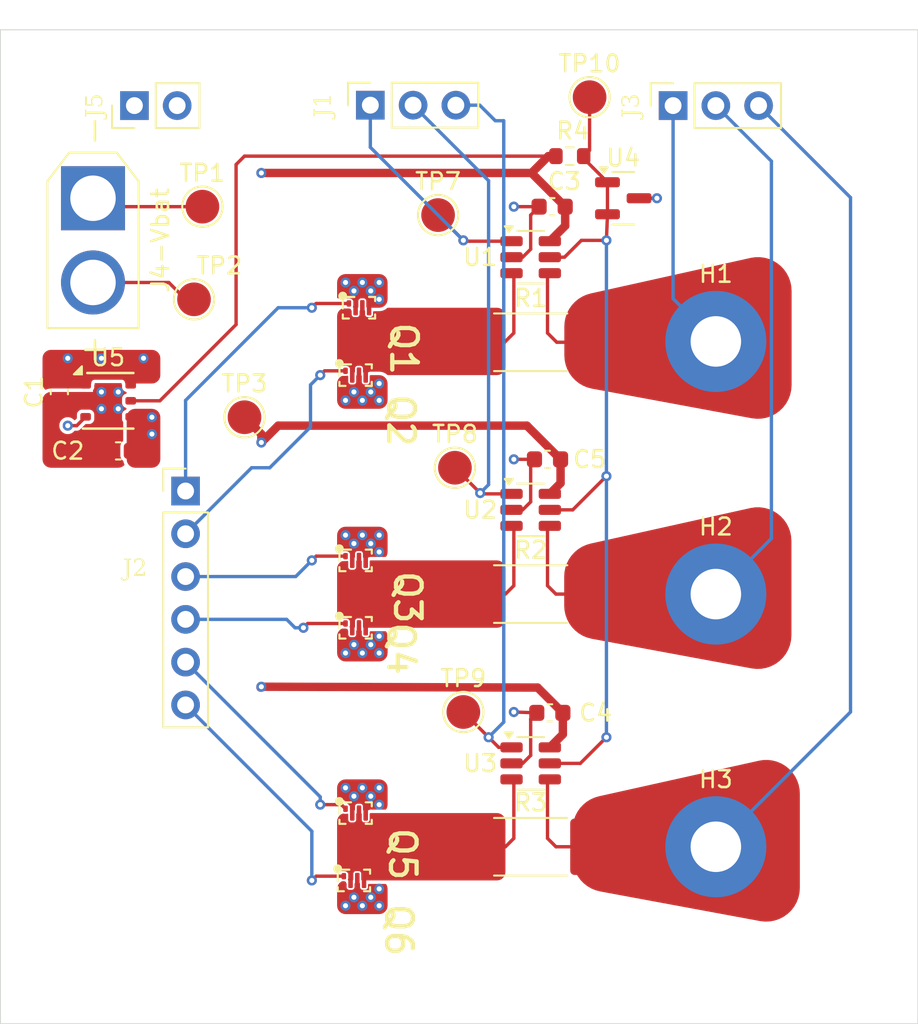
<source format=kicad_pcb>
(kicad_pcb (version 20240108) (generator "pcbnew") (generator_version "8.0")
  (layers (0 "F.Cu" signal) (1 "In1.Cu" signal) (2 "In2.Cu" signal) (31 "B.Cu" signal) (34 "B.Paste" user) (35 "F.Paste" user) (36 "B.SilkS" user "B.Silkscreen") (37 "F.SilkS" user "F.Silkscreen") (38 "B.Mask" user) (39 "F.Mask" user) (44 "Edge.Cuts" user))
  (net 0 "")
  (net 1 "Common")
  (net 2 "Vbat")
  (net 3 "3.3V")
  (net 4 "VsensA")
  (net 5 "VsensB")
  (net 6 "VsensC")
  (net 7 "Ia")
  (net 8 "Ib")
  (net 9 "Ic")
  (net 10 "PHASE_B_HIGH")
  (net 11 "PHASE_A_HIGH")
  (net 12 "PHASE_C_LOW")
  (net 13 "PHASE_B_LOW")
  (net 14 "PHASE_C_HIGH")
  (net 15 "PHASE_A_LOW")
  (net 16 "Net-(Q1-S1)")
  (net 17 "Net-(Q3-S1)")
  (net 18 "Net-(Q5-S1)")
  (net 19 "Vref")
  (footprint "Resistor_SMD:R_2512_6332Metric" (layer "F.Cu") (at 181 85)
    (property "Reference" "R3" (at 0 -2.62 0) (layer "F.SilkS"))
    (property "Value" "1m")
    (pad "1" smd roundrect (at -2.9625 0) (size 1.225 3.35) (layers "F.Cu" "F.Paste" "F.Mask") (roundrect_rratio 0.204082) (net 18 "Net-(Q5-S1)"))
    (pad "2" smd roundrect (at 2.9625 0) (size 1.225 3.35) (layers "F.Cu" "F.Paste" "F.Mask") (roundrect_rratio 0.204082) (net 6 "VsensC"))
  )
  (footprint "Capacitor_SMD:C_0603_1608Metric" (layer "F.Cu") (at 156.5 61.5 180)
    (property "Reference" "C2" (at 3 0 180) (layer "F.SilkS"))
    (property "Value" "1u")
    (pad "1" smd roundrect (at -0.775 0 180) (size 0.9 0.95) (layers "F.Cu" "F.Paste" "F.Mask") (net 3 "3.3V"))
    (pad "2" smd roundrect (at 0.775 0 180) (size 0.9 0.95) (layers "F.Cu" "F.Paste" "F.Mask") (net 1 "Common"))
  )
  (footprint "Connector_PinSocket_2.54mm:PinSocket_1x03_P2.54mm_Vertical" (layer "F.Cu") (at 189.46 41 90)
    (property "Reference" "J3" (at 0 -2.46 270) (layer "F.SilkS"))
    (property "Value" "Conn_01x03_Pin")
    (pad "1" thru_hole rect (at 0 0 90) (size 1.7 1.7) (drill 1) (layers "*.Cu" "*.Mask") (net 4 "VsensA"))
    (pad "2" thru_hole oval (at 0 2.54 90) (size 1.7 1.7) (drill 1) (layers "*.Cu" "*.Mask") (net 5 "VsensB"))
    (pad "3" thru_hole oval (at 0 5.08 90) (size 1.7 1.7) (drill 1) (layers "*.Cu" "*.Mask") (net 6 "VsensC"))
  )
  (footprint "EPC_FETs:D0199" (layer "F.Cu") (at 170.6 72)
    (property "Reference" "Q4" (at 1.8 -0.45 -90) (layer "F.SilkS") (effects (font (size 1.524 1.524) (thickness 0.254)) (justify left bottom)))
    (property "Value" "EPC2014C")
    (pad "1" smd roundrect (at -0.6 -0.254 180) (size 0.27 0.38) (layers "F.Cu" "F.Paste" "F.Mask") (net 13 "PHASE_B_LOW"))
    (pad "2" smd roundrect (at -0.6 0.254 180) (size 0.27 0.38) (layers "F.Cu" "F.Paste" "F.Mask") (net 1 "Common"))
    (pad "3" smd roundrect (at -0.2 0 180) (size 0.27 0.909) (layers "F.Cu" "F.Paste" "F.Mask") (net 17 "Net-(Q3-S1)"))
    (pad "4" smd roundrect (at 0.2 0 180) (size 0.27 0.909) (layers "F.Cu" "F.Paste" "F.Mask") (net 1 "Common"))
    (pad "5" smd roundrect (at 0.6 0 180) (size 0.27 0.909) (layers "F.Cu" "F.Paste" "F.Mask") (net 17 "Net-(Q3-S1)"))
  )
  (footprint "Capacitor_SMD:C_0603_1608Metric" (layer "F.Cu") (at 182.275 47 180)
    (property "Reference" "C3" (at -0.725 1.5 180) (layer "F.SilkS"))
    (property "Value" "0.1u")
    (pad "1" smd roundrect (at -0.775 0 180) (size 0.9 0.95) (layers "F.Cu" "F.Paste" "F.Mask") (net 3 "3.3V"))
    (pad "2" smd roundrect (at 0.775 0 180) (size 0.9 0.95) (layers "F.Cu" "F.Paste" "F.Mask") (net 1 "Common"))
  )
  (footprint "TestPoint:TestPoint_Pad_D2.0mm" (layer "F.Cu") (at 175.5 47.5)
    (property "Reference" "TP7" (at 0 -1.998 0) (layer "F.SilkS"))
    (property "Value" "Via")
    (pad "1" smd circle (at 0 0) (size 2 2) (layers "F.Cu" "F.Mask") (net 7 "Ia"))
  )
  (footprint "Capacitor_SMD:C_0603_1608Metric" (layer "F.Cu") (at 153 58 -90)
    (property "Reference" "C1" (at 0 1.5 90) (layer "F.SilkS"))
    (property "Value" "1u")
    (pad "1" smd roundrect (at -0.775 0 270) (size 0.9 0.95) (layers "F.Cu" "F.Paste" "F.Mask") (net 2 "Vbat"))
    (pad "2" smd roundrect (at 0.775 0 270) (size 0.9 0.95) (layers "F.Cu" "F.Paste" "F.Mask") (net 1 "Common"))
  )
  (footprint "TestPoint:TestPoint_Pad_D2.0mm" (layer "F.Cu") (at 161 52.5)
    (property "Reference" "TP2" (at 1.5 -2 0) (layer "F.SilkS"))
    (property "Value" "Common")
    (pad "1" smd circle (at 0 0) (size 2 2) (layers "F.Cu" "F.Mask") (net 1 "Common"))
  )
  (footprint "TestPoint:TestPoint_Pad_D2.0mm" (layer "F.Cu") (at 184.5 40.5)
    (property "Reference" "TP10" (at 0 -1.998 0) (layer "F.SilkS"))
    (property "Value" "Vref")
    (pad "1" smd circle (at 0 0) (size 2 2) (layers "F.Cu" "F.Mask") (net 19 "Vref"))
  )
  (footprint "Package_SON:WSON-6-1EP_3x3mm_P0.95mm" (layer "F.Cu") (at 155.9 58.525)
    (property "Reference" "U5" (at 0 -2.575 360) (layer "F.SilkS"))
    (property "Value" "LP38693SD-3.3")
    (pad "1" smd roundrect (at -1.34 -0.95) (size 0.63 0.45) (layers "F.Cu" "F.Paste" "F.Mask") (net 2 "Vbat"))
    (pad "2" smd roundrect (at -1.34 0) (size 0.63 0.45) (layers "F.Cu" "F.Paste" "F.Mask") (net 1 "Common"))
    (pad "3" smd roundrect (at -1.34 0.95) (size 0.63 0.45) (layers "F.Cu" "F.Paste" "F.Mask") (net 2 "Vbat"))
    (pad "4" smd roundrect (at 1.34 0.95) (size 0.63 0.45) (layers "F.Cu" "F.Paste" "F.Mask") (net 3 "3.3V"))
    (pad "5" smd roundrect (at 1.34 0) (size 0.63 0.45) (layers "F.Cu" "F.Paste" "F.Mask") (net 3 "3.3V"))
    (pad "6" smd roundrect (at 1.34 -0.95) (size 0.63 0.45) (layers "F.Cu" "F.Paste" "F.Mask") (net 2 "Vbat"))
    (pad "7" smd rect (at -0.4 -0.525) (size 0.8 1.05) (layers "F.Cu" "F.Paste" "F.Mask") (net 1 "Common"))
    (pad "7" smd rect (at -0.4 0.525) (size 0.8 1.05) (layers "F.Cu" "F.Paste" "F.Mask") (net 1 "Common"))
    (pad "7" smd rect (at 0.4 -0.525) (size 0.8 1.05) (layers "F.Cu" "F.Paste" "F.Mask") (net 1 "Common"))
    (pad "7" smd rect (at 0.4 0.525) (size 0.8 1.05) (layers "F.Cu" "F.Paste" "F.Mask") (net 1 "Common"))
  )
  (footprint "Package_TO_SOT_SMD:SOT-23-6" (layer "F.Cu") (at 181 65)
    (property "Reference" "U2" (at -3 0 360) (layer "F.SilkS"))
    (property "Value" "INA181")
    (pad "1" smd roundrect (at -1.1375 -0.95) (size 1.325 0.6) (layers "F.Cu" "F.Paste" "F.Mask") (net 8 "Ib"))
    (pad "2" smd roundrect (at -1.1375 0) (size 1.325 0.6) (layers "F.Cu" "F.Paste" "F.Mask") (net 1 "Common"))
    (pad "3" smd roundrect (at -1.1375 0.95) (size 1.325 0.6) (layers "F.Cu" "F.Paste" "F.Mask") (net 17 "Net-(Q3-S1)"))
    (pad "4" smd roundrect (at 1.1375 0.95) (size 1.325 0.6) (layers "F.Cu" "F.Paste" "F.Mask") (net 5 "VsensB"))
    (pad "5" smd roundrect (at 1.1375 0) (size 1.325 0.6) (layers "F.Cu" "F.Paste" "F.Mask") (net 19 "Vref"))
    (pad "6" smd roundrect (at 1.1375 -0.95) (size 1.325 0.6) (layers "F.Cu" "F.Paste" "F.Mask") (net 3 "3.3V"))
  )
  (footprint "EPC_FETs:D0199" (layer "F.Cu") (at 170.6 68)
    (property "Reference" "Q3" (at 2.2 0.5 -90) (layer "F.SilkS") (effects (font (size 1.524 1.524) (thickness 0.254)) (justify left bottom)))
    (property "Value" "EPC2014C")
    (pad "1" smd roundrect (at -0.6 -0.254 180) (size 0.27 0.38) (layers "F.Cu" "F.Paste" "F.Mask") (net 10 "PHASE_B_HIGH"))
    (pad "2" smd roundrect (at -0.6 0.254 180) (size 0.27 0.38) (layers "F.Cu" "F.Paste" "F.Mask") (net 17 "Net-(Q3-S1)"))
    (pad "3" smd roundrect (at -0.2 0 180) (size 0.27 0.909) (layers "F.Cu" "F.Paste" "F.Mask") (net 2 "Vbat"))
    (pad "4" smd roundrect (at 0.2 0 180) (size 0.27 0.909) (layers "F.Cu" "F.Paste" "F.Mask") (net 17 "Net-(Q3-S1)"))
    (pad "5" smd roundrect (at 0.6 0 180) (size 0.27 0.909) (layers "F.Cu" "F.Paste" "F.Mask") (net 2 "Vbat"))
  )
  (footprint "Capacitor_SMD:C_0603_1608Metric" (layer "F.Cu") (at 182.1375 77.05 180)
    (property "Reference" "C4" (at -2.725 0 180) (layer "F.SilkS"))
    (property "Value" "0.1u")
    (pad "1" smd roundrect (at -0.775 0 180) (size 0.9 0.95) (layers "F.Cu" "F.Paste" "F.Mask") (net 3 "3.3V"))
    (pad "2" smd roundrect (at 0.775 0 180) (size 0.9 0.95) (layers "F.Cu" "F.Paste" "F.Mask") (net 1 "Common"))
  )
  (footprint "Package_TO_SOT_SMD:SOT-23" (layer "F.Cu") (at 186.5 46.5)
    (property "Reference" "U4" (at 0 -2.4 360) (layer "F.SilkS"))
    (property "Value" "TL431DBZ")
    (pad "1" smd roundrect (at -0.9375 -0.95) (size 1.475 0.6) (layers "F.Cu" "F.Paste" "F.Mask") (net 19 "Vref"))
    (pad "2" smd roundrect (at -0.9375 0.95) (size 1.475 0.6) (layers "F.Cu" "F.Paste" "F.Mask") (net 19 "Vref"))
    (pad "3" smd roundrect (at 0.9375 0) (size 1.475 0.6) (layers "F.Cu" "F.Paste" "F.Mask") (net 1 "Common"))
  )
  (footprint "MountingHole:MountingHole_3mm_Pad" (layer "F.Cu") (at 192 70)
    (property "Reference" "H2" (at 0 -4 0) (layer "F.SilkS"))
    (property "Value" "MountingHole_Pad")
    (pad "1" thru_hole circle (at 0 0) (size 6 6) (drill 3) (layers "*.Cu" "*.Mask") (net 5 "VsensB"))
  )
  (footprint "Package_TO_SOT_SMD:SOT-23-6" (layer "F.Cu") (at 181 50)
    (property "Reference" "U1" (at -3 0 360) (layer "F.SilkS"))
    (property "Value" "INA181")
    (pad "1" smd roundrect (at -1.1375 -0.95) (size 1.325 0.6) (layers "F.Cu" "F.Paste" "F.Mask") (net 7 "Ia"))
    (pad "2" smd roundrect (at -1.1375 0) (size 1.325 0.6) (layers "F.Cu" "F.Paste" "F.Mask") (net 1 "Common"))
    (pad "3" smd roundrect (at -1.1375 0.95) (size 1.325 0.6) (layers "F.Cu" "F.Paste" "F.Mask") (net 16 "Net-(Q1-S1)"))
    (pad "4" smd roundrect (at 1.1375 0.95) (size 1.325 0.6) (layers "F.Cu" "F.Paste" "F.Mask") (net 4 "VsensA"))
    (pad "5" smd roundrect (at 1.1375 0) (size 1.325 0.6) (layers "F.Cu" "F.Paste" "F.Mask") (net 19 "Vref"))
    (pad "6" smd roundrect (at 1.1375 -0.95) (size 1.325 0.6) (layers "F.Cu" "F.Paste" "F.Mask") (net 3 "3.3V"))
  )
  (footprint "Capacitor_SMD:C_0603_1608Metric" (layer "F.Cu") (at 182 62 180)
    (property "Reference" "C5" (at -2.5 0 180) (layer "F.SilkS"))
    (property "Value" "0.1u")
    (pad "1" smd roundrect (at -0.775 0 180) (size 0.9 0.95) (layers "F.Cu" "F.Paste" "F.Mask") (net 3 "3.3V"))
    (pad "2" smd roundrect (at 0.775 0 180) (size 0.9 0.95) (layers "F.Cu" "F.Paste" "F.Mask") (net 1 "Common"))
  )
  (footprint "MountingHole:MountingHole_3mm_Pad" (layer "F.Cu") (at 192 55)
    (property "Reference" "H1" (at 0 -4 0) (layer "F.SilkS"))
    (property "Value" "MountingHole_Pad")
    (pad "1" thru_hole circle (at 0 0) (size 6 6) (drill 3) (layers "*.Cu" "*.Mask") (net 4 "VsensA"))
  )
  (footprint "Package_TO_SOT_SMD:SOT-23-6" (layer "F.Cu") (at 181 80.05)
    (property "Reference" "U3" (at -3 0 360) (layer "F.SilkS"))
    (property "Value" "INA181")
    (pad "1" smd roundrect (at -1.1375 -0.95) (size 1.325 0.6) (layers "F.Cu" "F.Paste" "F.Mask") (net 9 "Ic"))
    (pad "2" smd roundrect (at -1.1375 0) (size 1.325 0.6) (layers "F.Cu" "F.Paste" "F.Mask") (net 1 "Common"))
    (pad "3" smd roundrect (at -1.1375 0.95) (size 1.325 0.6) (layers "F.Cu" "F.Paste" "F.Mask") (net 18 "Net-(Q5-S1)"))
    (pad "4" smd roundrect (at 1.1375 0.95) (size 1.325 0.6) (layers "F.Cu" "F.Paste" "F.Mask") (net 6 "VsensC"))
    (pad "5" smd roundrect (at 1.1375 0) (size 1.325 0.6) (layers "F.Cu" "F.Paste" "F.Mask") (net 19 "Vref"))
    (pad "6" smd roundrect (at 1.1375 -0.95) (size 1.325 0.6) (layers "F.Cu" "F.Paste" "F.Mask") (net 3 "3.3V"))
  )
  (footprint "TestPoint:TestPoint_Pad_D2.0mm" (layer "F.Cu") (at 164 59.5)
    (property "Reference" "TP3" (at 0 -1.998 0) (layer "F.SilkS"))
    (property "Value" "3.3V")
    (pad "1" smd circle (at 0 0) (size 2 2) (layers "F.Cu" "F.Mask") (net 3 "3.3V"))
  )
  (footprint "EPC_FETs:D0199" (layer "F.Cu") (at 170.6 83)
    (property "Reference" "Q5" (at 1.9 0.746 -90) (layer "F.SilkS") (effects (font (size 1.524 1.524) (thickness 0.254)) (justify left bottom)))
    (property "Value" "EPC2014C")
    (pad "1" smd roundrect (at -0.6 -0.254 180) (size 0.27 0.38) (layers "F.Cu" "F.Paste" "F.Mask") (net 14 "PHASE_C_HIGH"))
    (pad "2" smd roundrect (at -0.6 0.254 180) (size 0.27 0.38) (layers "F.Cu" "F.Paste" "F.Mask") (net 18 "Net-(Q5-S1)"))
    (pad "3" smd roundrect (at -0.2 0 180) (size 0.27 0.909) (layers "F.Cu" "F.Paste" "F.Mask") (net 2 "Vbat"))
    (pad "4" smd roundrect (at 0.2 0 180) (size 0.27 0.909) (layers "F.Cu" "F.Paste" "F.Mask") (net 18 "Net-(Q5-S1)"))
    (pad "5" smd roundrect (at 0.6 0 180) (size 0.27 0.909) (layers "F.Cu" "F.Paste" "F.Mask") (net 2 "Vbat"))
  )
  (footprint "TestPoint:TestPoint_Pad_D2.0mm" (layer "F.Cu") (at 161.5 47)
    (property "Reference" "TP1" (at 0 -1.998 0) (layer "F.SilkS"))
    (property "Value" "Vbat")
    (pad "1" smd circle (at 0 0) (size 2 2) (layers "F.Cu" "F.Mask") (net 2 "Vbat"))
  )
  (footprint "TestPoint:TestPoint_Pad_D2.0mm" (layer "F.Cu") (at 177 77)
    (property "Reference" "TP9" (at 0 -1.998 0) (layer "F.SilkS"))
    (property "Value" "Vic")
    (pad "1" smd circle (at 0 0) (size 2 2) (layers "F.Cu" "F.Mask") (net 9 "Ic"))
  )
  (footprint "TestPoint:TestPoint_Pad_D2.0mm" (layer "F.Cu") (at 176.5 62.5)
    (property "Reference" "TP8" (at 0 -1.998 0) (layer "F.SilkS"))
    (property "Value" "Vib")
    (pad "1" smd circle (at 0 0) (size 2 2) (layers "F.Cu" "F.Mask") (net 8 "Ib"))
  )
  (footprint "EPC_FETs:D0199" (layer "F.Cu") (at 170.6 57)
    (property "Reference" "Q2" (at 1.8 1 -90) (layer "F.SilkS") (effects (font (size 1.524 1.524) (thickness 0.254)) (justify left bottom)))
    (property "Value" "EPC2014C")
    (pad "1" smd roundrect (at -0.6 -0.254 180) (size 0.27 0.38) (layers "F.Cu" "F.Paste" "F.Mask") (net 15 "PHASE_A_LOW"))
    (pad "2" smd roundrect (at -0.6 0.254 180) (size 0.27 0.38) (layers "F.Cu" "F.Paste" "F.Mask") (net 1 "Common"))
    (pad "3" smd roundrect (at -0.2 0 180) (size 0.27 0.909) (layers "F.Cu" "F.Paste" "F.Mask") (net 16 "Net-(Q1-S1)"))
    (pad "4" smd roundrect (at 0.2 0 180) (size 0.27 0.909) (layers "F.Cu" "F.Paste" "F.Mask") (net 1 "Common"))
    (pad "5" smd roundrect (at 0.6 0 180) (size 0.27 0.909) (layers "F.Cu" "F.Paste" "F.Mask") (net 16 "Net-(Q1-S1)"))
  )
  (footprint "Resistor_SMD:R_2512_6332Metric" (layer "F.Cu") (at 181 55.05)
    (property "Reference" "R1" (at 0 -2.62 0) (layer "F.SilkS"))
    (property "Value" "1m")
    (pad "1" smd roundrect (at -2.9625 0) (size 1.225 3.35) (layers "F.Cu" "F.Paste" "F.Mask") (roundrect_rratio 0.204082) (net 16 "Net-(Q1-S1)"))
    (pad "2" smd roundrect (at 2.9625 0) (size 1.225 3.35) (layers "F.Cu" "F.Paste" "F.Mask") (roundrect_rratio 0.204082) (net 4 "VsensA"))
  )
  (footprint "Resistor_SMD:R_2512_6332Metric" (layer "F.Cu") (at 181 70)
    (property "Reference" "R2" (at 0 -2.62 0) (layer "F.SilkS"))
    (property "Value" "1m")
    (pad "1" smd roundrect (at -2.9625 0) (size 1.225 3.35) (layers "F.Cu" "F.Paste" "F.Mask") (roundrect_rratio 0.204082) (net 17 "Net-(Q3-S1)"))
    (pad "2" smd roundrect (at 2.9625 0) (size 1.225 3.35) (layers "F.Cu" "F.Paste" "F.Mask") (roundrect_rratio 0.204082) (net 5 "VsensB"))
  )
  (footprint "Resistor_SMD:R_0603_1608Metric" (layer "F.Cu") (at 183.325 44 180)
    (property "Reference" "R4" (at -0.175 1.5 180) (layer "F.SilkS"))
    (property "Value" "200")
    (pad "1" smd roundrect (at -0.825 0 180) (size 0.8 0.95) (layers "F.Cu" "F.Paste" "F.Mask") (net 19 "Vref"))
    (pad "2" smd roundrect (at 0.825 0 180) (size 0.8 0.95) (layers "F.Cu" "F.Paste" "F.Mask") (net 3 "3.3V"))
  )
  (footprint "EPC_FETs:D0199" (layer "F.Cu") (at 170.8 53)
    (property "Reference" "Q1" (at 1.778 0.746 -90) (layer "F.SilkS") (effects (font (size 1.524 1.524) (thickness 0.254)) (justify left bottom)))
    (property "Value" "EPC2014C")
    (pad "1" smd roundrect (at -0.6 -0.254 180) (size 0.27 0.38) (layers "F.Cu" "F.Paste" "F.Mask") (net 11 "PHASE_A_HIGH"))
    (pad "2" smd roundrect (at -0.6 0.254 180) (size 0.27 0.38) (layers "F.Cu" "F.Paste" "F.Mask") (net 16 "Net-(Q1-S1)"))
    (pad "3" smd roundrect (at -0.2 0 180) (size 0.27 0.909) (layers "F.Cu" "F.Paste" "F.Mask") (net 2 "Vbat"))
    (pad "4" smd roundrect (at 0.2 0 180) (size 0.27 0.909) (layers "F.Cu" "F.Paste" "F.Mask") (net 16 "Net-(Q1-S1)"))
    (pad "5" smd roundrect (at 0.6 0 180) (size 0.27 0.909) (layers "F.Cu" "F.Paste" "F.Mask") (net 2 "Vbat"))
  )
  (footprint "Connector_PinHeader_2.54mm:PinHeader_1x02_P2.54mm_Vertical" (layer "F.Cu") (at 157.46 41 90)
    (property "Reference" "J5" (at 0 -2.33 270) (layer "F.SilkS"))
    (property "Value" "Conn_01x02_Pin")
    (pad "1" thru_hole rect (at 0 0 90) (size 1.7 1.7) (drill 1) (layers "*.Cu" "*.Mask") (net 1 "Common"))
    (pad "2" thru_hole oval (at 0 2.54 90) (size 1.7 1.7) (drill 1) (layers "*.Cu" "*.Mask") (net 1 "Common"))
  )
  (footprint "EPC_FETs:D0199" (layer "F.Cu") (at 170.5 87)
    (property "Reference" "Q6" (at 1.778 1.246 -90) (layer "F.SilkS") (effects (font (size 1.524 1.524) (thickness 0.254)) (justify left bottom)))
    (property "Value" "EPC2014C")
    (pad "1" smd roundrect (at -0.6 -0.254 180) (size 0.27 0.38) (layers "F.Cu" "F.Paste" "F.Mask") (net 12 "PHASE_C_LOW"))
    (pad "2" smd roundrect (at -0.6 0.254 180) (size 0.27 0.38) (layers "F.Cu" "F.Paste" "F.Mask") (net 1 "Common"))
    (pad "3" smd roundrect (at -0.2 0 180) (size 0.27 0.909) (layers "F.Cu" "F.Paste" "F.Mask") (net 18 "Net-(Q5-S1)"))
    (pad "4" smd roundrect (at 0.2 0 180) (size 0.27 0.909) (layers "F.Cu" "F.Paste" "F.Mask") (net 1 "Common"))
    (pad "5" smd roundrect (at 0.6 0 180) (size 0.27 0.909) (layers "F.Cu" "F.Paste" "F.Mask") (net 18 "Net-(Q5-S1)"))
  )
  (footprint "MountingHole:MountingHole_3mm_Pad" (layer "F.Cu") (at 192 85)
    (property "Reference" "H3" (at 0 -4 0) (layer "F.SilkS"))
    (property "Value" "MountingHole_Pad")
    (pad "1" thru_hole circle (at 0 0) (size 6 6) (drill 3) (layers "*.Cu" "*.Mask") (net 6 "VsensC"))
  )
  (footprint "Connector_PinSocket_2.54mm:PinSocket_1x03_P2.54mm_Vertical" (layer "F.Cu") (at 171.475 40.975 90)
    (property "Reference" "J1" (at 0 -2.77 270) (layer "F.SilkS"))
    (property "Value" "Conn_01x03_Pin")
    (pad "1" thru_hole rect (at 0 0 90) (size 1.7 1.7) (drill 1) (layers "*.Cu" "*.Mask") (net 7 "Ia"))
    (pad "2" thru_hole oval (at 0 2.54 90) (size 1.7 1.7) (drill 1) (layers "*.Cu" "*.Mask") (net 8 "Ib"))
    (pad "3" thru_hole oval (at 0 5.08 90) (size 1.7 1.7) (drill 1) (layers "*.Cu" "*.Mask") (net 9 "Ic"))
  )
  (footprint "Connector_PinHeader_2.54mm:PinHeader_1x06_P2.54mm_Vertical" (layer "F.Cu") (at 160.5 63.88)
    (property "Reference" "J2" (at -3 4.62 0) (layer "F.SilkS"))
    (property "Value" "Conn_01x06_Pin")
    (pad "1" thru_hole rect (at 0 0) (size 1.7 1.7) (drill 1) (layers "*.Cu" "*.Mask") (net 11 "PHASE_A_HIGH"))
    (pad "2" thru_hole oval (at 0 2.54) (size 1.7 1.7) (drill 1) (layers "*.Cu" "*.Mask") (net 15 "PHASE_A_LOW"))
    (pad "3" thru_hole oval (at 0 5.08) (size 1.7 1.7) (drill 1) (layers "*.Cu" "*.Mask") (net 10 "PHASE_B_HIGH"))
    (pad "4" thru_hole oval (at 0 7.62) (size 1.7 1.7) (drill 1) (layers "*.Cu" "*.Mask") (net 13 "PHASE_B_LOW"))
    (pad "5" thru_hole oval (at 0 10.16) (size 1.7 1.7) (drill 1) (layers "*.Cu" "*.Mask") (net 14 "PHASE_C_HIGH"))
    (pad "6" thru_hole oval (at 0 12.7) (size 1.7 1.7) (drill 1) (layers "*.Cu" "*.Mask") (net 12 "PHASE_C_LOW"))
  )
  (footprint "Connector_AMASS:AMASS_XT30U-M_1x02_P5.0mm_Vertical" (layer "F.Cu") (at 155 46.5 -90)
    (property "Reference" "J4-Vbat" (at 2.5 -4 90) (layer "F.SilkS"))
    (property "Value" "Conn_01x02_Pin")
    (fp_text user "+" (at 9 0 90) (layer "F.SilkS") (effects (font (size 1.5 1.5))))
    (fp_text user "-" (at -4 0 90) (layer "F.SilkS") (effects (font (size 1.5 1.5))))
    (pad "1" thru_hole rect (at 0 0 270) (size 3.8 3.8) (drill 2.7) (layers "*.Cu" "*.Mask") (net 2 "Vbat"))
    (pad "2" thru_hole circle (at 5 0 270) (size 3.8 3.8) (drill 2.7) (layers "*.Cu" "*.Mask") (net 1 "Common"))
  )
  (gr_rect (start 149.5 36.5) (end 204 95.5) (stroke (width 0.05)) (fill none) (layer "Edge.Cuts"))
  (segment (start 181 64.524999) (end 181 62.225) (width 0.2) (layer "F.Cu") (net 1))
  (segment (start 181 49.524999) (end 181 47.5) (width 0.2) (layer "F.Cu") (net 1))
  (segment (start 181 62.225) (end 181.225 62) (width 0.2) (layer "F.Cu") (net 1))
  (segment (start 187.4375 46.5) (end 188.5 46.5) (width 0.2) (layer "F.Cu") (net 1))
  (segment (start 181 79.574999) (end 181 77.4125) (width 0.2) (layer "F.Cu") (net 1))
  (segment (start 161 52.5) (end 160.5 52.5) (width 0.2) (layer "F.Cu") (net 1))
  (segment (start 160.5 52.5) (end 159.5 51.5) (width 0.2) (layer "F.Cu") (net 1))
  (segment (start 159.5 51.5) (end 155 51.5) (width 0.2) (layer "F.Cu") (net 1))
  (segment (start 180 77) (end 180.05 77.05) (width 0.2) (layer "F.Cu") (net 1))
  (segment (start 180.524999 65) (end 181 64.524999) (width 0.2) (layer "F.Cu") (net 1))
  (segment (start 181 47.5) (end 181.5 47) (width 0.2) (layer "F.Cu") (net 1))
  (segment (start 180.524999 80.05) (end 181 79.574999) (width 0.2) (layer "F.Cu") (net 1))
  (segment (start 181.3625 77.05) (end 180 77) (width 0.2) (layer "F.Cu") (net 1))
  (segment (start 179.8625 50) (end 180.524999 50) (width 0.2) (layer "F.Cu") (net 1))
  (segment (start 179.8625 65) (end 180.524999 65) (width 0.2) (layer "F.Cu") (net 1))
  (segment (start 180.524999 50) (end 181 49.524999) (width 0.2) (layer "F.Cu") (net 1))
  (segment (start 153.25 58.525) (end 153 58.775) (width 0.2) (layer "F.Cu") (net 1))
  (segment (start 181.5 47) (end 180 47) (width 0.2) (layer "F.Cu") (net 1))
  (segment (start 179.8625 80.05) (end 180.524999 80.05) (width 0.2) (layer "F.Cu") (net 1))
  (segment (start 181.225 62) (end 180 62) (width 0.2) (layer "F.Cu") (net 1))
  (segment (start 181 77.4125) (end 181.3625 77.05) (width 0.2) (layer "F.Cu") (net 1))
  (via (at 171.5 73) (size 0.6) (drill 0.3) (layers "F.Cu" "B.Cu") (net 1))
  (via (at 170 88.5) (size 0.6) (drill 0.3) (layers "F.Cu" "B.Cu") (net 1))
  (via (at 170.5 88) (size 0.6) (drill 0.3) (layers "F.Cu" "B.Cu") (net 1))
  (via (at 156.5 59) (size 0.6) (drill 0.3) (layers "F.Cu" "B.Cu") (net 1))
  (via (at 171.5 88) (size 0.6) (drill 0.3) (layers "F.Cu" "B.Cu") (net 1))
  (via (at 170.5 73) (size 0.6) (drill 0.3) (layers "F.Cu" "B.Cu") (net 1))
  (via (at 172 72.5) (size 0.6) (drill 0.3) (layers "F.Cu" "B.Cu") (net 1))
  (via (at 172 88.5) (size 0.6) (drill 0.3) (layers "F.Cu" "B.Cu") (net 1))
  (via (at 155.5 58) (size 0.6) (drill 0.3) (layers "F.Cu" "B.Cu") (net 1))
  (via (at 172 87.5) (size 0.6) (drill 0.3) (layers "F.Cu" "B.Cu") (net 1))
  (via (at 172 57.5) (size 0.6) (drill 0.3) (layers "F.Cu" "B.Cu") (net 1))
  (via (at 170 58.5) (size 0.6) (drill 0.3) (layers "F.Cu" "B.Cu") (net 1))
  (via (at 155.5 59) (size 0.6) (drill 0.3) (layers "F.Cu" "B.Cu") (net 1))
  (via (at 171.5 58) (size 0.6) (drill 0.3) (layers "F.Cu" "B.Cu") (net 1))
  (via (at 180 62) (size 0.6) (drill 0.3) (layers "F.Cu" "B.Cu") (net 1))
  (via (at 171 73.5) (size 0.6) (drill 0.3) (layers "F.Cu" "B.Cu") (net 1))
  (via (at 156.5 58) (size 0.6) (drill 0.3) (layers "F.Cu" "B.Cu") (net 1))
  (via (at 172 73.5) (size 0.6) (drill 0.3) (layers "F.Cu" "B.Cu") (net 1))
  (via (at 180 47) (size 0.6) (drill 0.3) (layers "F.Cu" "B.Cu") (net 1))
  (via (at 170.5 58) (size 0.6) (drill 0.3) (layers "F.Cu" "B.Cu") (net 1))
  (via (at 171 58.5) (size 0.6) (drill 0.3) (layers "F.Cu" "B.Cu") (net 1))
  (via (at 172 58.5) (size 0.6) (drill 0.3) (layers "F.Cu" "B.Cu") (net 1))
  (via (at 188.5 46.5) (size 0.6) (drill 0.3) (layers "F.Cu" "B.Cu") (net 1))
  (via (at 180 77) (size 0.6) (drill 0.3) (layers "F.Cu" "B.Cu") (net 1))
  (via (at 170 73.5) (size 0.6) (drill 0.3) (layers "F.Cu" "B.Cu") (net 1))
  (via (at 171 88.5) (size 0.6) (drill 0.3) (layers "F.Cu" "B.Cu") (net 1))
  (segment (start 153.5 60) (end 154.035 60) (width 0.2) (layer "F.Cu") (net 2))
  (segment (start 160.5 47) (end 155.5 47) (width 0.2) (layer "F.Cu") (net 2))
  (segment (start 155.5 47) (end 155 46.5) (width 0.2) (layer "F.Cu") (net 2))
  (segment (start 154.035 60) (end 154.56 59.475) (width 0.2) (layer "F.Cu") (net 2))
  (via (at 170 66.5) (size 0.6) (drill 0.3) (layers "F.Cu" "B.Cu") (net 2))
  (via (at 172 81.5) (size 0.6) (drill 0.3) (layers "F.Cu" "B.Cu") (net 2))
  (via (at 170.5 82) (size 0.6) (drill 0.3) (layers "F.Cu" "B.Cu") (net 2))
  (via (at 170.5 52) (size 0.6) (drill 0.3) (layers "F.Cu" "B.Cu") (net 2))
  (via (at 158 56) (size 0.6) (drill 0.3) (layers "F.Cu" "B.Cu") (net 2))
  (via (at 172 82.5) (size 0.6) (drill 0.3) (layers "F.Cu" "B.Cu") (net 2))
  (via (at 170 51.5) (size 0.6) (drill 0.3) (layers "F.Cu" "B.Cu") (net 2))
  (via (at 171.5 67) (size 0.6) (drill 0.3) (layers "F.Cu" "B.Cu") (net 2))
  (via (at 155.5 56) (size 0.6) (drill 0.3) (layers "F.Cu" "B.Cu") (net 2))
  (via (at 172 67.5) (size 0.6) (drill 0.3) (layers "F.Cu" "B.Cu") (net 2))
  (via (at 171 81.5) (size 0.6) (drill 0.3) (layers "F.Cu" "B.Cu") (net 2))
  (via (at 172 66.5) (size 0.6) (drill 0.3) (layers "F.Cu" "B.Cu") (net 2))
  (via (at 153.5 60) (size 0.6) (drill 0.3) (layers "F.Cu" "B.Cu") (net 2))
  (via (at 153.5 56) (size 0.6) (drill 0.3) (layers "F.Cu" "B.Cu") (net 2))
  (via (at 172 52.5) (size 0.6) (drill 0.3) (layers "F.Cu" "B.Cu") (net 2))
  (via (at 171 66.5) (size 0.6) (drill 0.3) (layers "F.Cu" "B.Cu") (net 2))
  (via (at 170 81.5) (size 0.6) (drill 0.3) (layers "F.Cu" "B.Cu") (net 2))
  (via (at 171.5 82) (size 0.6) (drill 0.3) (layers "F.Cu" "B.Cu") (net 2))
  (via (at 171.5 52) (size 0.6) (drill 0.3) (layers "F.Cu" "B.Cu") (net 2))
  (via (at 170.5 67) (size 0.6) (drill 0.3) (layers "F.Cu" "B.Cu") (net 2))
  (via (at 172 51.5) (size 0.6) (drill 0.3) (layers "F.Cu" "B.Cu") (net 2))
  (via (at 171 51.5) (size 0.6) (drill 0.3) (layers "F.Cu" "B.Cu") (net 2))
  (segment (start 182.9125 77.05) (end 181.4125 75.55) (width 0.5) (layer "F.Cu") (net 3))
  (segment (start 183.05 47) (end 183.05 48.1375) (width 0.5) (layer "F.Cu") (net 3))
  (segment (start 181.05 45) (end 182.05 44) (width 0.5) (layer "F.Cu") (net 3))
  (segment (start 182.1375 79.1) (end 182.9125 78.325) (width 0.5) (layer "F.Cu") (net 3))
  (segment (start 182.05 44) (end 182.5 44) (width 0.5) (layer "F.Cu") (net 3))
  (segment (start 165 61) (end 165 60.5) (width 0.5) (layer "F.Cu") (net 3))
  (segment (start 183.05 48.1375) (end 182.1375 49.05) (width 0.5) (layer "F.Cu") (net 3))
  (segment (start 182.9125 78.325) (end 182.9125 77.05) (width 0.5) (layer "F.Cu") (net 3))
  (segment (start 165 60.5) (end 164 59.5) (width 0.5) (layer "F.Cu") (net 3))
  (segment (start 182.775 62) (end 182.775 63.4125) (width 0.5) (layer "F.Cu") (net 3))
  (segment (start 158.975 58.525) (end 163.5 54) (width 0.2) (layer "F.Cu") (net 3))
  (segment (start 157.24 58.525) (end 158.975 58.525) (width 0.2) (layer "F.Cu") (net 3))
  (segment (start 165 75.5) (end 164.95 75.55) (width 0.5) (layer "F.Cu") (net 3))
  (segment (start 163.5 44.5) (end 164 44) (width 0.2) (layer "F.Cu") (net 3))
  (segment (start 163.5 54) (end 163.5 44.5) (width 0.2) (layer "F.Cu") (net 3))
  (segment (start 181.05 45) (end 165 45) (width 0.5) (layer "F.Cu") (net 3))
  (segment (start 183.05 47) (end 181.05 45) (width 0.5) (layer "F.Cu") (net 3))
  (segment (start 182.775 62) (end 180.775 60) (width 0.5) (layer "F.Cu") (net 3))
  (segment (start 166 60) (end 165 61) (width 0.5) (layer "F.Cu") (net 3))
  (segment (start 182.775 63.4125) (end 182.1375 64.05) (width 0.5) (layer "F.Cu") (net 3))
  (segment (start 164 44) (end 182.5 44) (width 0.2) (layer "F.Cu") (net 3))
  (segment (start 181.4125 75.55) (end 165 75.5) (width 0.5) (layer "F.Cu") (net 3))
  (segment (start 180.775 60) (end 166 60) (width 0.5) (layer "F.Cu") (net 3))
  (via (at 158.5 60.5) (size 0.6) (drill 0.3) (layers "F.Cu" "B.Cu") (net 3))
  (via (at 165 75.5) (size 0.6) (drill 0.3) (layers "F.Cu" "B.Cu") (net 3))
  (via (at 165 45) (size 0.6) (drill 0.3) (layers "F.Cu" "B.Cu") (net 3))
  (via (at 158.5 59.5) (size 0.6) (drill 0.3) (layers "F.Cu" "B.Cu") (net 3))
  (via (at 165 61) (size 0.6) (drill 0.3) (layers "F.Cu" "B.Cu") (net 3))
  (segment (start 182 54.5) (end 182.55 55.05) (width 0.2) (layer "F.Cu") (net 4))
  (segment (start 192 55) (end 191.5 55) (width 0.2) (layer "F.Cu") (net 4))
  (segment (start 182 51.0875) (end 182 54.5) (width 0.2) (layer "F.Cu") (net 4))
  (segment (start 182.55 55.05) (end 183.9625 55.05) (width 0.2) (layer "F.Cu") (net 4))
  (segment (start 191.5 55) (end 191.45 55.05) (width 0.2) (layer "F.Cu") (net 4))
  (segment (start 182.1375 50.95) (end 182 51.0875) (width 0.2) (layer "F.Cu") (net 4))
  (segment (start 191.95 55.05) (end 192 55) (width 0.2) (layer "F.Cu") (net 4))
  (segment (start 189.46 41) (end 189.46 52.46) (width 0.2) (layer "B.Cu") (net 4))
  (segment (start 189.46 52.46) (end 192 55) (width 0.2) (layer "B.Cu") (net 4))
  (segment (start 182 66.0875) (end 182 69.5) (width 0.2) (layer "F.Cu") (net 5))
  (segment (start 182 69.5) (end 182.5 70) (width 0.2) (layer "F.Cu") (net 5))
  (segment (start 182.1375 65.95) (end 182 66.0875) (width 0.2) (layer "F.Cu") (net 5))
  (segment (start 191.015 69.015) (end 192 70) (width 0.2) (layer "F.Cu") (net 5))
  (segment (start 192.04 70.04) (end 192 70) (width 0.2) (layer "F.Cu") (net 5))
  (segment (start 182.5 70) (end 183.9625 70) (width 0.2) (layer "F.Cu") (net 5))
  (segment (start 192 41) (end 195.3 44.3) (width 0.2) (layer "B.Cu") (net 5))
  (segment (start 195.3 66.7) (end 192 70) (width 0.2) (layer "B.Cu") (net 5))
  (segment (start 195.3 44.3) (end 195.3 66.7) (width 0.2) (layer "B.Cu") (net 5))
  (segment (start 182 81.1375) (end 182 84.5) (width 0.2) (layer "F.Cu") (net 6))
  (segment (start 182 84.5) (end 182.5 85) (width 0.2) (layer "F.Cu") (net 6))
  (segment (start 182.5 85) (end 183.9625 85) (width 0.2) (layer "F.Cu") (net 6))
  (segment (start 182.1375 81) (end 182 81.1375) (width 0.2) (layer "F.Cu") (net 6))
  (segment (start 200 77) (end 192 85) (width 0.2) (layer "B.Cu") (net 6))
  (segment (start 200 46.46) (end 200 77) (width 0.2) (layer "B.Cu") (net 6))
  (segment (start 194.54 41) (end 200 46.46) (width 0.2) (layer "B.Cu") (net 6))
  (segment (start 177 49) (end 177.05 49.05) (width 0.2) (layer "F.Cu") (net 7))
  (segment (start 175.5 47.5) (end 177 49) (width 0.2) (layer "F.Cu") (net 7))
  (segment (start 177.05 49.05) (end 179.8625 49.05) (width 0.2) (layer "F.Cu") (net 7))
  (via (at 177 49) (size 0.6) (drill 0.3) (layers "F.Cu" "B.Cu") (net 7))
  (segment (start 171.475 40.975) (end 171.475 43.475) (width 0.2) (layer "B.Cu") (net 7))
  (segment (start 171.475 43.475) (end 177 49) (width 0.2) (layer "B.Cu") (net 7))
  (segment (start 178.05 64.05) (end 179.8625 64.05) (width 0.2) (layer "F.Cu") (net 8))
  (segment (start 176.5 62.5) (end 178 64) (width 0.2) (layer "F.Cu") (net 8))
  (segment (start 178 64) (end 178.05 64.05) (width 0.2) (layer "F.Cu") (net 8))
  (via (at 178 64) (size 0.6) (drill 0.3) (layers "F.Cu" "B.Cu") (net 8))
  (segment (start 174.015 40.975) (end 178.5 45.46) (width 0.2) (layer "B.Cu") (net 8))
  (segment (start 178.5 45.46) (end 178.5 63.5) (width 0.2) (layer "B.Cu") (net 8))
  (segment (start 178.5 63.5) (end 178 64) (width 0.2) (layer "B.Cu") (net 8))
  (segment (start 178.5 78.5) (end 179.1 79.1) (width 0.2) (layer "F.Cu") (net 9))
  (segment (start 177 77) (end 178.5 78.5) (width 0.2) (layer "F.Cu") (net 9))
  (segment (start 179.1 79.1) (end 179.8625 79.1) (width 0.2) (layer "F.Cu") (net 9))
  (via (at 178.5 78.5) (size 0.6) (drill 0.3) (layers "F.Cu" "B.Cu") (net 9))
  (segment (start 176.555 40.975) (end 177.975 40.975) (width 0.2) (layer "B.Cu") (net 9))
  (segment (start 179.4 77.6) (end 178.5 78.5) (width 0.2) (layer "B.Cu") (net 9))
  (segment (start 178.9 41.9) (end 179.4 41.9) (width 0.2) (layer "B.Cu") (net 9))
  (segment (start 179.4 41.9) (end 179.4 77.6) (width 0.2) (layer "B.Cu") (net 9))
  (segment (start 177.975 40.975) (end 178.9 41.9) (width 0.2) (layer "B.Cu") (net 9))
  (segment (start 170 67.746) (end 168.254 67.746) (width 0.2) (layer "F.Cu") (net 10))
  (segment (start 168.254 67.746) (end 168 68) (width 0.2) (layer "F.Cu") (net 10))
  (via (at 168 68) (size 0.6) (drill 0.3) (layers "F.Cu" "B.Cu") (net 10))
  (segment (start 167.04 68.96) (end 160.5 68.96) (width 0.2) (layer "B.Cu") (net 10))
  (segment (start 168 68) (end 167.04 68.96) (width 0.2) (layer "B.Cu") (net 10))
  (segment (start 170.2 52.746) (end 168.254 52.746) (width 0.2) (layer "F.Cu") (net 11))
  (segment (start 168.254 52.746) (end 168 53) (width 0.2) (layer "F.Cu") (net 11))
  (via (at 168 53) (size 0.6) (drill 0.3) (layers "F.Cu" "B.Cu") (net 11))
  (segment (start 160.5 58.5) (end 160.5 63.88) (width 0.2) (layer "B.Cu") (net 11))
  (segment (start 168 53) (end 166 53) (width 0.2) (layer "B.Cu") (net 11))
  (segment (start 166 53) (end 160.5 58.5) (width 0.2) (layer "B.Cu") (net 11))
  (segment (start 168 87) (end 168.154 87) (width 0.2) (layer "F.Cu") (net 12))
  (segment (start 168.254 86.746) (end 168 87) (width 0.2) (layer "F.Cu") (net 12))
  (segment (start 169.9 86.746) (end 168.254 86.746) (width 0.2) (layer "F.Cu") (net 12))
  (via (at 168 87) (size 0.6) (drill 0.3) (layers "F.Cu" "B.Cu") (net 12))
  (segment (start 168 84.08) (end 160.5 76.58) (width 0.2) (layer "B.Cu") (net 12))
  (segment (start 168 87) (end 168 84.08) (width 0.2) (layer "B.Cu") (net 12))
  (segment (start 170 71.746) (end 167.754 71.746) (width 0.2) (layer "F.Cu") (net 13))
  (segment (start 167.754 71.746) (end 167.5 72) (width 0.2) (layer "F.Cu") (net 13))
  (via (at 167.5 72) (size 0.6) (drill 0.3) (layers "F.Cu" "B.Cu") (net 13))
  (segment (start 167.5 72) (end 167 72) (width 0.2) (layer "B.Cu") (net 13))
  (segment (start 166.5 71.5) (end 160.5 71.5) (width 0.2) (layer "B.Cu") (net 13))
  (segment (start 167 72) (end 166.5 71.5) (width 0.2) (layer "B.Cu") (net 13))
  (segment (start 170 82.746) (end 169.754 82.5) (width 0.2) (layer "F.Cu") (net 14))
  (segment (start 169.754 82.5) (end 168.5 82.5) (width 0.2) (layer "F.Cu") (net 14))
  (via (at 168.5 82.5) (size 0.6) (drill 0.3) (layers "F.Cu" "B.Cu") (net 14))
  (segment (start 168.5 82.04) (end 160.5 74.04) (width 0.2) (layer "B.Cu") (net 14))
  (segment (start 168.5 82.5) (end 168.5 82.04) (width 0.2) (layer "B.Cu") (net 14))
  (segment (start 168.754 56.746) (end 168.5 57) (width 0.2) (layer "F.Cu") (net 15))
  (segment (start 170 56.746) (end 168.754 56.746) (width 0.2) (layer "F.Cu") (net 15))
  (via (at 168.5 57) (size 0.6) (drill 0.3) (layers "F.Cu" "B.Cu") (net 15))
  (segment (start 164.42 62.5) (end 165.5 62.5) (width 0.2) (layer "B.Cu") (net 15))
  (segment (start 165.5 62.5) (end 167.92 60.08) (width 0.2) (layer "B.Cu") (net 15))
  (segment (start 167.92 60.08) (end 167.92 57.58) (width 0.2) (layer "B.Cu") (net 15))
  (segment (start 160.5 66.42) (end 164.42 62.5) (width 0.2) (layer "B.Cu") (net 15))
  (segment (start 167.92 57.58) (end 168.5 57) (width 0.2) (layer "B.Cu") (net 15))
  (segment (start 180 54.5) (end 179.45 55.05) (width 0.2) (layer "F.Cu") (net 16))
  (segment (start 179.45 55.05) (end 178.0375 55.05) (width 0.2) (layer "F.Cu") (net 16))
  (segment (start 180 51.0875) (end 180 54.5) (width 0.2) (layer "F.Cu") (net 16))
  (segment (start 179.8625 50.95) (end 180 51.0875) (width 0.2) (layer "F.Cu") (net 16))
  (segment (start 180 66.0875) (end 180 69.5) (width 0.2) (layer "F.Cu") (net 17))
  (segment (start 179.5 70) (end 178.0375 70) (width 0.2) (layer "F.Cu") (net 17))
  (segment (start 180 69.5) (end 179.5 70) (width 0.2) (layer "F.Cu") (net 17))
  (segment (start 179.8625 65.95) (end 180 66.0875) (width 0.2) (layer "F.Cu") (net 17))
  (segment (start 180 81.275) (end 180 84.5) (width 0.2) (layer "F.Cu") (net 18))
  (segment (start 179.5 85) (end 178.0375 85) (width 0.2) (layer "F.Cu") (net 18))
  (segment (start 180 84.5) (end 179.5 85) (width 0.2) (layer "F.Cu") (net 18))
  (segment (start 179.725 81) (end 180 81.275) (width 0.2) (layer "F.Cu") (net 18))
  (segment (start 185.5 49) (end 184.0125 49) (width 0.2) (layer "F.Cu") (net 19))
  (segment (start 184.5 43.65) (end 184.15 44) (width 0.2) (layer "F.Cu") (net 19))
  (segment (start 185.5 63) (end 183.5 65) (width 0.2) (layer "F.Cu") (net 19))
  (segment (start 184.0125 49) (end 183.0125 50) (width 0.2) (layer "F.Cu") (net 19))
  (segment (start 183.0125 50) (end 182.1375 50) (width 0.2) (layer "F.Cu") (net 19))
  (segment (start 184.15 44.1375) (end 185.5625 45.55) (width 0.2) (layer "F.Cu") (net 19))
  (segment (start 184.5 40.5) (end 184.5 43.65) (width 0.2) (layer "F.Cu") (net 19))
  (segment (start 185.5 49) (end 185.5625 48.9375) (width 0.2) (layer "F.Cu") (net 19))
  (segment (start 183.5 65) (end 182.1375 65) (width 0.2) (layer "F.Cu") (net 19))
  (segment (start 185.5625 45.55) (end 185.5625 47.45) (width 0.2) (layer "F.Cu") (net 19))
  (segment (start 183.95 80.05) (end 182.1375 80.05) (width 0.2) (layer "F.Cu") (net 19))
  (segment (start 185.5625 47.45) (end 185.5 49) (width 0.2) (layer "F.Cu") (net 19))
  (segment (start 184.15 44) (end 184.15 44.1375) (width 0.2) (layer "F.Cu") (net 19))
  (segment (start 185.5 78.5) (end 183.95 80.05) (width 0.2) (layer "F.Cu") (net 19))
  (via (at 185.5 49) (size 0.6) (drill 0.3) (layers "F.Cu" "B.Cu") (net 19))
  (via (at 185.5 63) (size 0.6) (drill 0.3) (layers "F.Cu" "B.Cu") (net 19))
  (via (at 185.5 78.5) (size 0.6) (drill 0.3) (layers "F.Cu" "B.Cu") (net 19))
  (segment (start 185.5 49) (end 185.5 78.5) (width 0.2) (layer "B.Cu") (net 19))
  (zone (net 6) (net_name "VsensC") (layer "F.Cu") (priority 3) (connect_pads yes (clearance 0.5)) (min_thickness 0.1) (fill yes (thermal_gap 0.5) (thermal_bridge_width 0.5) (smoothing fillet) (radius 2))
    (polygon (pts (xy 183.490716 82.350133) (xy 196.990716 79.350133) (xy 196.990716 89.850133) (xy 183.490716 87.350133)))
  )
  (zone (net 1) (net_name "Common") (layer "F.Cu") (priority 5) (connect_pads yes (clearance 0.1)) (min_thickness 0.1) (fill yes (thermal_gap 0.5) (thermal_bridge_width 0.5) (smoothing fillet) (radius 0.5))
    (polygon (pts (xy 169.5 72) (xy 172.5 72) (xy 172.5 74) (xy 169.5 74)))
  )
  (zone (net 17) (net_name "Net-(Q3-S1)") (layer "F.Cu") (priority 7) (connect_pads yes (clearance 0.1)) (min_thickness 0.1) (fill yes (thermal_gap 0.5) (thermal_bridge_width 0.5) (smoothing fillet) (radius 0.5))
    (polygon (pts (xy 169.5 68) (xy 172 68) (xy 172 68) (xy 179.5 68) (xy 179.5 72) (xy 172 72) (xy 172 72) (xy 169.5 72)))
  )
  (zone (net 1) (net_name "Common") (layer "F.Cu") (priority 5) (connect_pads yes (clearance 0.1)) (min_thickness 0.1) (fill yes (thermal_gap 0.5) (thermal_bridge_width 0.5) (smoothing fillet) (radius 0.5))
    (polygon (pts (xy 169.5 87) (xy 172.5 87) (xy 172.5 89) (xy 169.5 89)))
  )
  (zone (net 2) (net_name "Vbat") (layer "F.Cu") (priority 6) (connect_pads yes (clearance 0.1)) (min_thickness 0.1) (fill yes (thermal_gap 0.5) (thermal_bridge_width 0.5) (smoothing fillet) (radius 0.5))
    (polygon (pts (xy 169.5 68) (xy 169.5 66) (xy 172.5 66) (xy 172.5 68)))
  )
  (zone (net 3) (net_name "3.3V") (layer "F.Cu") (priority 11) (connect_pads yes (clearance 0.1)) (min_thickness 0.1) (fill yes (thermal_gap 0.5) (thermal_bridge_width 0.5) (smoothing fillet) (radius 0.5))
    (polygon (pts (xy 157 59) (xy 159 59) (xy 159 62.5) (xy 157 62.5)))
  )
  (zone (net 2) (net_name "Vbat") (layer "F.Cu") (priority 6) (connect_pads yes (clearance 0.1)) (min_thickness 0.1) (fill yes (thermal_gap 0.5) (thermal_bridge_width 0.5) (smoothing fillet) (radius 0.5))
    (polygon (pts (xy 169.5 83) (xy 169.5 81) (xy 172.5 81) (xy 172.5 83)))
  )
  (zone (net 5) (net_name "VsensB") (layer "F.Cu") (priority 3) (connect_pads yes (clearance 0.5)) (min_thickness 0.1) (fill yes (thermal_gap 0.5) (thermal_bridge_width 0.5) (smoothing fillet) (radius 2))
    (polygon (pts (xy 182.990716 67.350133) (xy 196.490716 64.350133) (xy 196.490716 74.850133) (xy 182.990716 72.350133)))
  )
  (zone (net 1) (net_name "Common") (layer "F.Cu") (priority 10) (connect_pads yes (clearance 0.1)) (min_thickness 0.1) (fill yes (thermal_gap 0.5) (thermal_bridge_width 0.5) (smoothing fillet) (radius 0.5))
    (polygon (pts (xy 152 58) (xy 155 58) (xy 155 57.5) (xy 157 57.5) (xy 157 62.5) (xy 152 62.5)))
  )
  (zone (net 2) (net_name "Vbat") (layer "F.Cu") (priority 4) (connect_pads yes (clearance 0.1)) (min_thickness 0.1) (fill yes (thermal_gap 0.5) (thermal_bridge_width 0.5) (smoothing fillet) (radius 0.5))
    (polygon (pts (xy 169.5 53) (xy 172.5 53) (xy 172.5 51) (xy 169.5 51)))
  )
  (zone (net 16) (net_name "Net-(Q1-S1)") (layer "F.Cu") (priority 2) (connect_pads yes (clearance 0.1)) (min_thickness 0.1) (fill yes (thermal_gap 0.5) (thermal_bridge_width 0.5) (smoothing fillet) (radius 0.5))
    (polygon (pts (xy 169.5 53) (xy 172 53) (xy 172 53) (xy 179.5 53) (xy 179.5 57) (xy 172 57) (xy 172 57) (xy 169.5 57)))
  )
  (zone (net 2) (net_name "Vbat") (layer "F.Cu") (priority 8) (connect_pads yes (clearance 0.1)) (min_thickness 0.1) (fill yes (thermal_gap 0.5) (thermal_bridge_width 0.5) (smoothing fillet) (radius 0.5))
    (polygon (pts (xy 152 55.5) (xy 159 55.5) (xy 159 57.5) (xy 155 57.5) (xy 155 58) (xy 152 58)))
  )
  (zone (net 18) (net_name "Net-(Q5-S1)") (layer "F.Cu") (priority 7) (connect_pads yes (clearance 0.1)) (min_thickness 0.1) (fill yes (thermal_gap 0.5) (thermal_bridge_width 0.5) (smoothing fillet) (radius 0.5))
    (polygon (pts (xy 169.5 83) (xy 172 83) (xy 179.5 83) (xy 179.5 87) (xy 172 87) (xy 169.5 87)))
  )
  (zone (net 1) (net_name "Common") (layer "F.Cu") (priority 5) (connect_pads yes (clearance 0.1)) (min_thickness 0.1) (fill yes (thermal_gap 0.5) (thermal_bridge_width 0.5) (smoothing fillet) (radius 0.5))
    (polygon (pts (xy 169.5 57) (xy 172.5 57) (xy 172.5 59) (xy 169.5 59)))
  )
  (zone (net 4) (net_name "VsensA") (layer "F.Cu") (priority 3) (connect_pads yes (clearance 0.5)) (min_thickness 0.1) (fill yes (thermal_gap 0.5) (thermal_bridge_width 0.5) (smoothing fillet) (radius 2))
    (polygon (pts (xy 183 52.5) (xy 196.5 49.5) (xy 196.5 60) (xy 183 57.5)))
  )
)
</source>
